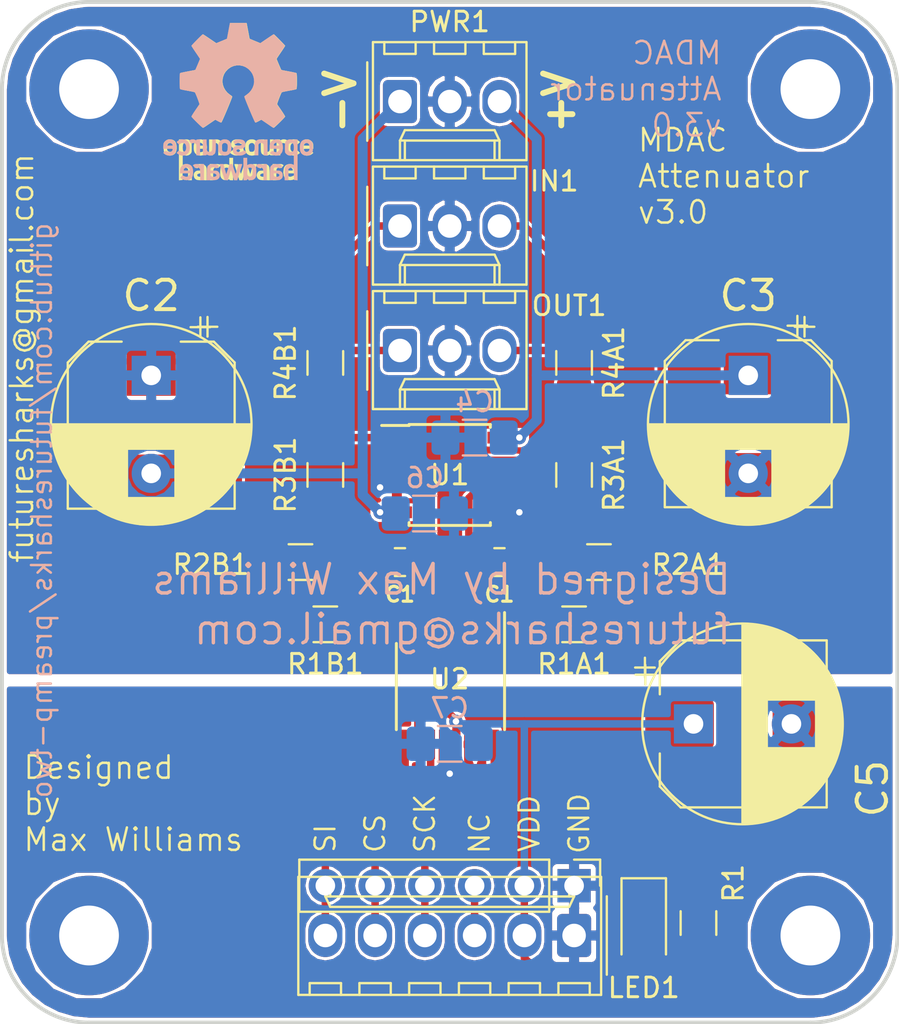
<source format=kicad_pcb>
(kicad_pcb (version 20171130) (host pcbnew "(5.0.2-4-gb601aea34)")
  (layers (0 F.Cu signal hide) (31 B.Cu signal) (34 B.Paste user) (35 F.Paste user hide) (36 B.SilkS user) (37 F.SilkS user hide) (38 B.Mask user) (39 F.Mask user hide) (44 Edge.Cuts user))
  (net 0 "")
  (net 1 +15V)
  (net 2 GNDA)
  (net 3 -15V)
  (net 4 "Net-(IN1-Pad1)")
  (net 5 "Net-(R1A1-Pad1)")
  (net 6 "Net-(IN1-Pad3)")
  (net 7 "Net-(R1B1-Pad2)")
  (net 8 "Net-(C1A1-Pad2)")
  (net 9 "Net-(C1B1-Pad1)")
  (net 10 "Net-(R3A1-Pad1)")
  (net 11 "Net-(R3B1-Pad2)")
  (net 12 "Net-(OUT1-Pad1)")
  (net 13 "Net-(OUT1-Pad3)")
  (net 14 "Net-(C1A1-Pad1)")
  (net 15 "Net-(C1B1-Pad2)")
  (net 16 "Net-(J1-Pad3)")
  (net 17 VDD)
  (net 18 /MOSI)
  (net 19 /SCK)
  (net 20 /CS)
  (net 21 "Net-(LED1-Pad1)")
  (module Capacitor_SMD:C_0805_2012Metric_Pad1.15x1.40mm_HandSolder (layer F.Cu) (at 148.59 102.235)
    (fp_text reference C1A1 hide)
    (fp_text value 2pF)
    (pad 2 smd roundrect (at 1.025 0) (size 1.15 1.4) (layers F.Cu F.Paste F.Mask) (roundrect_rratio 0.217391) (net 8 "Net-(C1A1-Pad2)"))
    (pad 1 smd roundrect (at -1.025 0) (size 1.15 1.4) (layers F.Cu F.Paste F.Mask) (roundrect_rratio 0.217391) (net 14 "Net-(C1A1-Pad1)"))
  )
  (module Capacitor_SMD:C_0805_2012Metric_Pad1.15x1.40mm_HandSolder (layer F.Cu) (at 143.51 102.235)
    (fp_text reference C1B1 hide)
    (fp_text value 2pF)
    (pad 1 smd roundrect (at -1.025 0) (size 1.15 1.4) (layers F.Cu F.Paste F.Mask) (roundrect_rratio 0.217391) (net 9 "Net-(C1B1-Pad1)"))
    (pad 2 smd roundrect (at 1.025 0) (size 1.15 1.4) (layers F.Cu F.Paste F.Mask) (roundrect_rratio 0.217391) (net 15 "Net-(C1B1-Pad2)"))
  )
  (module Capacitor_SMD:C_1206_3216Metric_Pad1.42x1.75mm_HandSolder (layer B.Cu) (at 147.32 95.885 180)
    (fp_text reference C4 (at 0 1.82 180) (layer B.SilkS) (effects (justify mirror)))
    (fp_text value 100nF)
    (pad 1 smd roundrect (at -1.4875 0 180) (size 1.425 1.75) (layers B.Cu B.Paste B.Mask) (roundrect_rratio 0.175439) (net 1 +15V))
    (pad 2 smd roundrect (at 1.4875 0 180) (size 1.425 1.75) (layers B.Cu B.Paste B.Mask) (roundrect_rratio 0.175439) (net 2 GNDA))
  )
  (module Capacitor_SMD:C_1206_3216Metric_Pad1.42x1.75mm_HandSolder (layer B.Cu) (at 144.78 99.7585 180)
    (fp_text reference C6 (at 0 1.82 180) (layer B.SilkS) (effects (justify mirror)))
    (fp_text value 100nF)
    (pad 2 smd roundrect (at 1.4875 0 180) (size 1.425 1.75) (layers B.Cu B.Paste B.Mask) (roundrect_rratio 0.175439) (net 3 -15V))
    (pad 1 smd roundrect (at -1.4875 0 180) (size 1.425 1.75) (layers B.Cu B.Paste B.Mask) (roundrect_rratio 0.175439) (net 2 GNDA))
  )
  (module Capacitor_SMD:C_1206_3216Metric_Pad1.42x1.75mm_HandSolder (layer B.Cu) (at 146.05 111.506 180)
    (fp_text reference C7 (at 0 1.82 180) (layer B.SilkS) (effects (justify mirror)))
    (fp_text value 100nF)
    (pad 1 smd roundrect (at -1.4875 0 180) (size 1.425 1.75) (layers B.Cu B.Paste B.Mask) (roundrect_rratio 0.175439) (net 17 VDD))
    (pad 2 smd roundrect (at 1.4875 0 180) (size 1.425 1.75) (layers B.Cu B.Paste B.Mask) (roundrect_rratio 0.175439) (net 2 GNDA))
  )
  (module Capacitor_SMD:CP_Elec_8x10 (layer F.Cu) (at 161.036 110.49)
    (fp_text reference C5_SMD1 hide)
    (fp_text value CP)
    (pad 1 smd roundrect (at -3.25 0) (size 3.5 2.5) (layers F.Cu F.Paste F.Mask) (roundrect_rratio 0.1) (net 17 VDD))
    (pad 2 smd roundrect (at 3.25 0) (size 3.5 2.5) (layers F.Cu F.Paste F.Mask) (roundrect_rratio 0.1) (net 2 GNDA))
  )
  (module Symbol:OSHW-Logo_7.5x8mm_SilkScreen (layer B.Cu) (at 135.255 78.74 180)
    (fp_text reference LOGO1 hide)
    (fp_text value Logo_Open_Hardware_Small hide)
  )
  (module Symbol:OSHW-Logo_7.5x8mm_SilkScreen (layer F.Cu) (at 135.255 78.74)
    (fp_text reference LOGO2 hide)
    (fp_text value Logo_Open_Hardware_Small hide)
  )
  (module Resistor_SMD:R_1206_3216Metric_Pad1.42x1.75mm_HandSolder (layer F.Cu) (at 138.43 102.235)
    (fp_text reference R2B1 (at -4.572 0.127) (layer F.SilkS))
    (fp_text value 120R)
    (pad 1 smd roundrect (at -1.4875 0) (size 1.425 1.75) (layers F.Cu F.Paste F.Mask) (roundrect_rratio 0.175439) (net 2 GNDA))
    (pad 2 smd roundrect (at 1.4875 0) (size 1.425 1.75) (layers F.Cu F.Paste F.Mask) (roundrect_rratio 0.175439) (net 9 "Net-(C1B1-Pad1)"))
  )
  (module Resistor_SMD:R_1206_3216Metric_Pad1.42x1.75mm_HandSolder (layer F.Cu) (at 153.67 102.235)
    (fp_text reference R2A1 (at 4.572 0.127) (layer F.SilkS))
    (fp_text value 120R)
    (pad 2 smd roundrect (at 1.4875 0) (size 1.425 1.75) (layers F.Cu F.Paste F.Mask) (roundrect_rratio 0.175439) (net 2 GNDA))
    (pad 1 smd roundrect (at -1.4875 0) (size 1.425 1.75) (layers F.Cu F.Paste F.Mask) (roundrect_rratio 0.175439) (net 8 "Net-(C1A1-Pad2)"))
  )
  (module Capacitor_THT:CP_Radial_D10.0mm_P5.00mm (layer F.Cu) (at 158.496 110.49)
    (fp_text reference C5_TH1 hide)
    (fp_text value CP)
    (pad 1 thru_hole rect (at 0 0) (size 2 2) (drill 1) (layers *.Cu *.Mask) (net 17 VDD))
    (pad 2 thru_hole circle (at 5 0) (size 2 2) (drill 1) (layers *.Cu *.Mask) (net 2 GNDA))
  )
  (module LED_SMD:LED_1206_3216Metric (layer F.Cu) (at 155.956 120.65 270)
    (fp_text reference LED1 (at 3.302 0) (layer F.SilkS))
    (fp_text value LED)
    (pad 1 smd roundrect (at -1.4 0 270) (size 1.25 1.75) (layers F.Cu F.Paste F.Mask) (roundrect_rratio 0.2) (net 21 "Net-(LED1-Pad1)"))
    (pad 2 smd roundrect (at 1.4 0 270) (size 1.25 1.75) (layers F.Cu F.Paste F.Mask) (roundrect_rratio 0.2) (net 17 VDD))
  )
  (module Connector_PinHeader_2.54mm:PinHeader_1x06_P2.54mm_Vertical (layer F.Cu) (at 152.4 118.745 270)
    (fp_text reference J2 hide)
    (fp_text value Conn_01x06_Male)
    (pad 1 thru_hole rect (at 0 0 270) (size 1.7 1.7) (drill 1) (layers *.Cu *.Mask) (net 2 GNDA))
    (pad 2 thru_hole oval (at 0 2.54 270) (size 1.7 1.7) (drill 1) (layers *.Cu *.Mask) (net 17 VDD))
    (pad 3 thru_hole oval (at 0 5.08 270) (size 1.7 1.7) (drill 1) (layers *.Cu *.Mask) (net 16 "Net-(J1-Pad3)"))
    (pad 4 thru_hole oval (at 0 7.62 270) (size 1.7 1.7) (drill 1) (layers *.Cu *.Mask) (net 19 /SCK))
    (pad 5 thru_hole oval (at 0 10.16 270) (size 1.7 1.7) (drill 1) (layers *.Cu *.Mask) (net 20 /CS))
    (pad 6 thru_hole oval (at 0 12.7 270) (size 1.7 1.7) (drill 1) (layers *.Cu *.Mask) (net 18 /MOSI))
  )
  (module Resistor_SMD:R_1206_3216Metric_Pad1.42x1.75mm_HandSolder (layer F.Cu) (at 158.75 120.65 270)
    (fp_text reference R1 (at -2.032 -1.778 270) (layer F.SilkS))
    (fp_text value R)
    (pad 1 smd roundrect (at -1.4875 0 270) (size 1.425 1.75) (layers F.Cu F.Paste F.Mask) (roundrect_rratio 0.175439) (net 21 "Net-(LED1-Pad1)"))
    (pad 2 smd roundrect (at 1.4875 0 270) (size 1.425 1.75) (layers F.Cu F.Paste F.Mask) (roundrect_rratio 0.175439) (net 2 GNDA))
  )
  (module Capacitor_SMD:CP_Elec_8x10 (layer F.Cu) (at 130.81 95.25 270)
    (fp_text reference C2_SMD1 hide)
    (fp_text value CP)
    (pad 1 smd rect (at -3.25 0 270) (size 3.5 2.5) (layers F.Cu F.Paste F.Mask) (net 2 GNDA))
    (pad 2 smd rect (at 3.25 0 270) (size 3.5 2.5) (layers F.Cu F.Paste F.Mask) (net 3 -15V))
  )
  (module Capacitor_THT:CP_Radial_D10.0mm_P5.00mm (layer F.Cu) (at 130.81 92.71 270)
    (fp_text reference C2_TH1 hide)
    (fp_text value CP)
    (pad 2 thru_hole circle (at 5 0 270) (size 2 2) (drill 1) (layers *.Cu *.Mask) (net 3 -15V))
    (pad 1 thru_hole rect (at 0 0 270) (size 2 2) (drill 1) (layers *.Cu *.Mask) (net 2 GNDA))
  )
  (module Capacitor_THT:CP_Radial_D10.0mm_P5.00mm (layer F.Cu) (at 161.29 92.71 270)
    (fp_text reference C3_TH1 hide)
    (fp_text value CP)
    (pad 1 thru_hole rect (at 0 0 270) (size 2 2) (drill 1) (layers *.Cu *.Mask) (net 1 +15V))
    (pad 2 thru_hole circle (at 5 0 270) (size 2 2) (drill 1) (layers *.Cu *.Mask) (net 2 GNDA))
  )
  (module Capacitor_SMD:CP_Elec_8x10 (layer F.Cu) (at 161.29 95.175 270)
    (fp_text reference C3_SMD1 hide)
    (fp_text value CP)
    (pad 1 smd rect (at -3.25 0 270) (size 3.5 2.5) (layers F.Cu F.Paste F.Mask) (net 1 +15V))
    (pad 2 smd rect (at 3.25 0 270) (size 3.5 2.5) (layers F.Cu F.Paste F.Mask) (net 2 GNDA))
  )
  (module Connector_Molex:Molex_KK-254_AE-6410-03A_1x03_P2.54mm_Vertical (layer F.Cu) (at 143.51 78.74)
    (fp_text reference PWR1 (at 2.54 -4.064) (layer F.SilkS))
    (fp_text value Conn_01x03_Male)
    (pad 1 thru_hole roundrect (at 0 0) (size 1.74 2.2) (drill 1.2) (layers *.Cu *.Mask) (roundrect_rratio 0.143678) (net 3 -15V))
    (pad 2 thru_hole oval (at 2.54 0) (size 1.74 2.2) (drill 1.2) (layers *.Cu *.Mask) (net 2 GNDA))
    (pad 3 thru_hole oval (at 5.08 0) (size 1.74 2.2) (drill 1.2) (layers *.Cu *.Mask) (net 1 +15V))
  )
  (module Connector_Molex:Molex_KK-254_AE-6410-03A_1x03_P2.54mm_Vertical (layer F.Cu) (at 143.51 91.44)
    (fp_text reference OUT1 (at 8.636 -2.286) (layer F.SilkS))
    (fp_text value Conn_01x03_Male)
    (pad 3 thru_hole oval (at 5.08 0) (size 1.74 2.2) (drill 1.2) (layers *.Cu *.Mask) (net 13 "Net-(OUT1-Pad3)"))
    (pad 2 thru_hole oval (at 2.54 0) (size 1.74 2.2) (drill 1.2) (layers *.Cu *.Mask) (net 2 GNDA))
    (pad 1 thru_hole roundrect (at 0 0) (size 1.74 2.2) (drill 1.2) (layers *.Cu *.Mask) (roundrect_rratio 0.143678) (net 12 "Net-(OUT1-Pad1)"))
  )
  (module Connector_Molex:Molex_KK-254_AE-6410-03A_1x03_P2.54mm_Vertical (layer F.Cu) (at 143.51 85.09)
    (fp_text reference IN1 (at 7.874 -2.286) (layer F.SilkS))
    (fp_text value Conn_01x03_Male)
    (pad 1 thru_hole roundrect (at 0 0) (size 1.74 2.2) (drill 1.2) (layers *.Cu *.Mask) (roundrect_rratio 0.143678) (net 4 "Net-(IN1-Pad1)"))
    (pad 2 thru_hole oval (at 2.54 0) (size 1.74 2.2) (drill 1.2) (layers *.Cu *.Mask) (net 2 GNDA))
    (pad 3 thru_hole oval (at 5.08 0) (size 1.74 2.2) (drill 1.2) (layers *.Cu *.Mask) (net 6 "Net-(IN1-Pad3)"))
  )
  (module Connector_Molex:Molex_KK-254_AE-6410-06A_1x06_P2.54mm_Vertical (layer F.Cu) (at 152.4 121.285 180)
    (fp_text reference J1 hide)
    (fp_text value Conn_01x06_Male)
    (pad 1 thru_hole roundrect (at 0 0 180) (size 1.74 2.2) (drill 1.2) (layers *.Cu *.Mask) (roundrect_rratio 0.143678) (net 2 GNDA))
    (pad 2 thru_hole oval (at 2.54 0 180) (size 1.74 2.2) (drill 1.2) (layers *.Cu *.Mask) (net 17 VDD))
    (pad 3 thru_hole oval (at 5.08 0 180) (size 1.74 2.2) (drill 1.2) (layers *.Cu *.Mask) (net 16 "Net-(J1-Pad3)"))
    (pad 4 thru_hole oval (at 7.62 0 180) (size 1.74 2.2) (drill 1.2) (layers *.Cu *.Mask) (net 19 /SCK))
    (pad 5 thru_hole oval (at 10.16 0 180) (size 1.74 2.2) (drill 1.2) (layers *.Cu *.Mask) (net 20 /CS))
    (pad 6 thru_hole oval (at 12.7 0 180) (size 1.74 2.2) (drill 1.2) (layers *.Cu *.Mask) (net 18 /MOSI))
  )
  (module MountingHole:MountingHole_3.2mm_M3_DIN965 (layer F.Cu) (at 127.635 78.105 90)
    (fp_text reference H4 hide)
    (fp_text value MountingHole)
    (pad 1 thru_hole circle (at 0 0 90) (size 6.1 6.1) (drill 3.05) (layers *.Cu *.Mask))
  )
  (module MountingHole:MountingHole_3.2mm_M3_DIN965 (layer F.Cu) (at 164.465 121.285 90)
    (fp_text reference H3 hide)
    (fp_text value MountingHole)
    (pad 1 thru_hole circle (at 0 0 90) (size 6.1 6.1) (drill 3.05) (layers *.Cu *.Mask))
  )
  (module MountingHole:MountingHole_3.2mm_M3_DIN965 (layer F.Cu) (at 164.465 78.105 90)
    (fp_text reference H2 hide)
    (fp_text value MountingHole)
    (pad 1 thru_hole circle (at 0 0 90) (size 6.1 6.1) (drill 3.05) (layers *.Cu *.Mask))
  )
  (module MountingHole:MountingHole_3.2mm_M3_DIN965 (layer F.Cu) (at 127.635 121.285 90)
    (fp_text reference H1 hide)
    (fp_text value MountingHole)
    (pad 1 thru_hole circle (at 0 0 90) (size 6.1 6.1) (drill 3.05) (layers *.Cu *.Mask))
  )
  (module Package_SO:SOIC-8_3.9x4.9mm_P1.27mm (layer F.Cu) (at 146.05 97.79)
    (fp_text reference U1 (at 0 0) (layer F.SilkS))
    (fp_text value AD8599)
    (pad 1 smd rect (at -2.7 -1.905) (size 1.55 0.6) (layers F.Cu F.Paste F.Mask) (net 11 "Net-(R3B1-Pad2)"))
    (pad 2 smd rect (at -2.7 -0.635) (size 1.55 0.6) (layers F.Cu F.Paste F.Mask) (net 15 "Net-(C1B1-Pad2)"))
    (pad 3 smd rect (at -2.7 0.635) (size 1.55 0.6) (layers F.Cu F.Paste F.Mask) (net 2 GNDA))
    (pad 4 smd rect (at -2.7 1.905) (size 1.55 0.6) (layers F.Cu F.Paste F.Mask) (net 3 -15V))
    (pad 5 smd rect (at 2.7 1.905) (size 1.55 0.6) (layers F.Cu F.Paste F.Mask) (net 2 GNDA))
    (pad 6 smd rect (at 2.7 0.635) (size 1.55 0.6) (layers F.Cu F.Paste F.Mask) (net 14 "Net-(C1A1-Pad1)"))
    (pad 7 smd rect (at 2.7 -0.635) (size 1.55 0.6) (layers F.Cu F.Paste F.Mask) (net 10 "Net-(R3A1-Pad1)"))
    (pad 8 smd rect (at 2.7 -1.905) (size 1.55 0.6) (layers F.Cu F.Paste F.Mask) (net 1 +15V))
  )
  (module Package_SO:TSSOP-16_4.4x5mm_P0.65mm (layer F.Cu) (at 146.05 108.585 270)
    (fp_text reference U2 (at -0.381 0) (layer F.SilkS))
    (fp_text value DAC8812ICPWG4)
    (pad 1 smd rect (at -2.95 -2.275 270) (size 1.5 0.45) (layers F.Cu F.Paste F.Mask) (net 8 "Net-(C1A1-Pad2)"))
    (pad 2 smd rect (at -2.95 -1.625 270) (size 1.5 0.45) (layers F.Cu F.Paste F.Mask) (net 5 "Net-(R1A1-Pad1)"))
    (pad 3 smd rect (at -2.95 -0.975 270) (size 1.5 0.45) (layers F.Cu F.Paste F.Mask) (net 14 "Net-(C1A1-Pad1)"))
    (pad 4 smd rect (at -2.95 -0.325 270) (size 1.5 0.45) (layers F.Cu F.Paste F.Mask) (net 2 GNDA))
    (pad 5 smd rect (at -2.95 0.325 270) (size 1.5 0.45) (layers F.Cu F.Paste F.Mask) (net 2 GNDA))
    (pad 6 smd rect (at -2.95 0.975 270) (size 1.5 0.45) (layers F.Cu F.Paste F.Mask) (net 15 "Net-(C1B1-Pad2)"))
    (pad 7 smd rect (at -2.95 1.625 270) (size 1.5 0.45) (layers F.Cu F.Paste F.Mask) (net 7 "Net-(R1B1-Pad2)"))
    (pad 8 smd rect (at -2.95 2.275 270) (size 1.5 0.45) (layers F.Cu F.Paste F.Mask) (net 9 "Net-(C1B1-Pad1)"))
    (pad 9 smd rect (at 2.95 2.275 270) (size 1.5 0.45) (layers F.Cu F.Paste F.Mask) (net 18 /MOSI))
    (pad 10 smd rect (at 2.95 1.625 270) (size 1.5 0.45) (layers F.Cu F.Paste F.Mask) (net 17 VDD))
    (pad 11 smd rect (at 2.95 0.975 270) (size 1.5 0.45) (layers F.Cu F.Paste F.Mask) (net 20 /CS))
    (pad 12 smd rect (at 2.95 0.325 270) (size 1.5 0.45) (layers F.Cu F.Paste F.Mask) (net 2 GNDA))
    (pad 13 smd rect (at 2.95 -0.325 270) (size 1.5 0.45) (layers F.Cu F.Paste F.Mask) (net 17 VDD))
    (pad 14 smd rect (at 2.95 -0.975 270) (size 1.5 0.45) (layers F.Cu F.Paste F.Mask) (net 2 GNDA))
    (pad 15 smd rect (at 2.95 -1.625 270) (size 1.5 0.45) (layers F.Cu F.Paste F.Mask) (net 2 GNDA))
    (pad 16 smd rect (at 2.95 -2.275 270) (size 1.5 0.45) (layers F.Cu F.Paste F.Mask) (net 19 /SCK))
  )
  (module Resistor_SMD:R_1206_3216Metric_Pad1.42x1.75mm_HandSolder (layer F.Cu) (at 139.7 92.075 270)
    (fp_text reference R4B1 (at 0 2.032 270) (layer F.SilkS))
    (fp_text value 120R)
    (pad 1 smd roundrect (at -1.4875 0 270) (size 1.425 1.75) (layers F.Cu F.Paste F.Mask) (roundrect_rratio 0.175439) (net 12 "Net-(OUT1-Pad1)"))
    (pad 2 smd roundrect (at 1.4875 0 270) (size 1.425 1.75) (layers F.Cu F.Paste F.Mask) (roundrect_rratio 0.175439) (net 11 "Net-(R3B1-Pad2)"))
  )
  (module Resistor_SMD:R_1206_3216Metric_Pad1.42x1.75mm_HandSolder (layer F.Cu) (at 152.4 92.075 270)
    (fp_text reference R4A1 (at 0 -2.032 270) (layer F.SilkS))
    (fp_text value 120R)
    (pad 2 smd roundrect (at 1.4875 0 270) (size 1.425 1.75) (layers F.Cu F.Paste F.Mask) (roundrect_rratio 0.175439) (net 10 "Net-(R3A1-Pad1)"))
    (pad 1 smd roundrect (at -1.4875 0 270) (size 1.425 1.75) (layers F.Cu F.Paste F.Mask) (roundrect_rratio 0.175439) (net 13 "Net-(OUT1-Pad3)"))
  )
  (module Resistor_SMD:R_1206_3216Metric_Pad1.42x1.75mm_HandSolder (layer F.Cu) (at 139.7 97.79 90)
    (fp_text reference R3B1 (at 0 -2.032 90) (layer F.SilkS))
    (fp_text value 360R)
    (pad 1 smd roundrect (at -1.4875 0 90) (size 1.425 1.75) (layers F.Cu F.Paste F.Mask) (roundrect_rratio 0.175439) (net 9 "Net-(C1B1-Pad1)"))
    (pad 2 smd roundrect (at 1.4875 0 90) (size 1.425 1.75) (layers F.Cu F.Paste F.Mask) (roundrect_rratio 0.175439) (net 11 "Net-(R3B1-Pad2)"))
  )
  (module Resistor_SMD:R_1206_3216Metric_Pad1.42x1.75mm_HandSolder (layer F.Cu) (at 152.4 97.79 270)
    (fp_text reference R3A1 (at 0 -2.032 270) (layer F.SilkS))
    (fp_text value 360R)
    (pad 2 smd roundrect (at 1.4875 0 270) (size 1.425 1.75) (layers F.Cu F.Paste F.Mask) (roundrect_rratio 0.175439) (net 8 "Net-(C1A1-Pad2)"))
    (pad 1 smd roundrect (at -1.4875 0 270) (size 1.425 1.75) (layers F.Cu F.Paste F.Mask) (roundrect_rratio 0.175439) (net 10 "Net-(R3A1-Pad1)"))
  )
  (module Resistor_SMD:R_1206_3216Metric_Pad1.42x1.75mm_HandSolder (layer F.Cu) (at 139.7 105.41)
    (fp_text reference R1B1 (at 0 2.032) (layer F.SilkS))
    (fp_text value 91R)
    (pad 1 smd roundrect (at -1.4875 0) (size 1.425 1.75) (layers F.Cu F.Paste F.Mask) (roundrect_rratio 0.175439) (net 4 "Net-(IN1-Pad1)"))
    (pad 2 smd roundrect (at 1.4875 0) (size 1.425 1.75) (layers F.Cu F.Paste F.Mask) (roundrect_rratio 0.175439) (net 7 "Net-(R1B1-Pad2)"))
  )
  (module Resistor_SMD:R_1206_3216Metric_Pad1.42x1.75mm_HandSolder (layer F.Cu) (at 152.4 105.41)
    (fp_text reference R1A1 (at 0 2.032) (layer F.SilkS))
    (fp_text value 91R)
    (pad 2 smd roundrect (at 1.4875 0) (size 1.425 1.75) (layers F.Cu F.Paste F.Mask) (roundrect_rratio 0.175439) (net 6 "Net-(IN1-Pad3)"))
    (pad 1 smd roundrect (at -1.4875 0) (size 1.425 1.75) (layers F.Cu F.Paste F.Mask) (roundrect_rratio 0.175439) (net 5 "Net-(R1A1-Pad1)"))
  )
  (gr_text "MDAC\nAttenuator\nv3.0" (at 160.02 78.105) (layer B.SilkS) (effects (font (size 1.143 1.143) (thickness 0.127)) (justify left mirror)))
  (gr_text "MDAC\nAttenuator\nv3.0" (at 155.575 82.55) (layer F.SilkS) (effects (font (size 1.143 1.143) (thickness 0.127)) (justify left)))
  (gr_text futuresharks@gmail.com (at 124.206 102.362 90) (layer F.SilkS) (effects (font (size 1.143 1.143) (thickness 0.127)) (justify left)))
  (gr_text "Designed\nby\nMax Williams" (at 124.206 114.554) (layer F.SilkS) (effects (font (size 1.143 1.143) (thickness 0.127)) (justify left)))
  (gr_text GND (at 152.654 115.57 90) (layer F.SilkS) (effects (font (size 1.016 1.016) (thickness 0.127))))
  (gr_text VDD (at 150.114 115.57 90) (layer F.SilkS) (effects (font (size 1.016 1.016) (thickness 0.127))))
  (gr_text NC (at 147.574 116.078 90) (layer F.SilkS) (effects (font (size 1.016 1.016) (thickness 0.127))))
  (gr_text SCK (at 144.78 115.57 90) (layer F.SilkS) (effects (font (size 1.016 1.016) (thickness 0.127))))
  (gr_text CS (at 142.24 116.078 90) (layer F.SilkS) (effects (font (size 1.016 1.016) (thickness 0.127))))
  (gr_text SI (at 139.7 116.332 90) (layer F.SilkS) (effects (font (size 1.016 1.016) (thickness 0.127))))
  (gr_text github.com/futuresharks/preamp-two (at 125.222 84.836 90) (layer B.SilkS) (effects (font (size 1.016 1.016) (thickness 0.127)) (justify left mirror)))
  (gr_text futuresharks@gmail.com (at 160.528 105.664) (layer B.SilkS) (effects (font (size 1.5 1.5) (thickness 0.1778)) (justify left mirror)))
  (gr_text "Designed by Max Williams" (at 160.528 103.124) (layer B.SilkS) (effects (font (size 1.5 1.5) (thickness 0.1778)) (justify left mirror)))
  (gr_text "-V\n" (at 140.462 78.74 90) (layer F.SilkS) (effects (font (size 1.5 1.5) (thickness 0.3))))
  (gr_text "+V\n" (at 151.638 78.74 90) (layer F.SilkS) (effects (font (size 1.5 1.5) (thickness 0.3))))
  (gr_text C1 (at 143.51 103.886) (layer F.SilkS) (effects (font (size 0.762 0.762) (thickness 0.16))))
  (gr_text C1 (at 148.59 103.886) (layer F.SilkS) (effects (font (size 0.762 0.762) (thickness 0.16))))
  (gr_text C5 (at 167.64 113.792 90) (layer F.SilkS) (effects (font (size 1.5 1.5) (thickness 0.2032))))
  (gr_text C2 (at 130.81 88.646) (layer F.SilkS) (effects (font (size 1.5 1.5) (thickness 0.2032))))
  (gr_text C3 (at 161.29 88.646) (layer F.SilkS) (effects (font (size 1.5 1.5) (thickness 0.2032))))
  (gr_arc (start 127.635 121.285) (end 123.19 121.285) (angle -90) (layer Edge.Cuts) (width 0.2))
  (gr_arc (start 164.465 121.285) (end 164.465 125.73) (angle -90) (layer Edge.Cuts) (width 0.2))
  (gr_arc (start 127.635 78.105) (end 127.635 73.66) (angle -90) (layer Edge.Cuts) (width 0.2))
  (gr_arc (start 164.465 78.105) (end 168.91 78.105) (angle -90) (layer Edge.Cuts) (width 0.2))
  (gr_line (start 164.465 125.73) (end 127.635 125.73) (layer Edge.Cuts) (width 0.2))
  (gr_line (start 168.91 78.105) (end 168.91 121.285) (layer Edge.Cuts) (width 0.2))
  (gr_line (start 127.635 73.66) (end 164.465 73.66) (layer Edge.Cuts) (width 0.2))
  (gr_line (start 123.19 121.285) (end 123.19 78.105) (layer Edge.Cuts) (width 0.2))
  (via (at 149.606 95.885) (size 0.6858) (drill 0.3302) (layers F.Cu B.Cu) (net 1))
  (segment (start 161.29 92.71) (end 150.495 92.71) (width 0.508) (layer B.Cu) (net 1))
  (segment (start 148.8075 95.885) (end 149.606 95.885) (width 0.508) (layer B.Cu) (net 1))
  (segment (start 150.495 80.645) (end 148.59 78.74) (width 0.508) (layer B.Cu) (net 1))
  (segment (start 150.495 94.996) (end 150.495 80.645) (width 0.508) (layer B.Cu) (net 1))
  (segment (start 149.606 95.885) (end 150.495 94.996) (width 0.508) (layer B.Cu) (net 1))
  (via (at 146.05 113.03) (size 0.6858) (drill 0.3302) (layers F.Cu B.Cu) (net 2))
  (segment (start 145.725 112.705) (end 146.05 113.03) (width 0.381) (layer F.Cu) (net 2))
  (segment (start 145.725 111.535) (end 145.725 112.705) (width 0.381) (layer F.Cu) (net 2))
  (segment (start 144.5625 111.5425) (end 144.5625 111.506) (width 0.381) (layer B.Cu) (net 2))
  (segment (start 146.05 107.442) (end 146.05 108.966) (width 0.762) (layer F.Cu) (net 2))
  (segment (start 146.05 108.966) (end 146.05 107.442) (width 0.762) (layer B.Cu) (net 2))
  (via (at 149.606 99.695) (size 0.6858) (drill 0.3302) (layers F.Cu B.Cu) (net 2))
  (via (at 142.494 98.425) (size 0.6858) (drill 0.3302) (layers F.Cu B.Cu) (net 2))
  (via (at 142.494 99.695) (size 0.6858) (drill 0.3302) (layers F.Cu B.Cu) (net 3))
  (segment (start 130.81 98.5) (end 130.81 97.71) (width 0.508) (layer F.Cu) (net 3))
  (segment (start 142.494 99.695) (end 143.2925 99.695) (width 0.508) (layer B.Cu) (net 3))
  (segment (start 141.605 97.79) (end 141.605 98.806) (width 0.508) (layer B.Cu) (net 3))
  (segment (start 141.525 97.71) (end 141.605 97.79) (width 0.508) (layer B.Cu) (net 3))
  (segment (start 130.81 97.71) (end 141.525 97.71) (width 0.508) (layer B.Cu) (net 3))
  (segment (start 141.605 80.645) (end 143.51 78.74) (width 0.508) (layer B.Cu) (net 3))
  (segment (start 141.605 98.806) (end 141.605 80.645) (width 0.508) (layer B.Cu) (net 3))
  (segment (start 142.494 99.695) (end 141.605 98.806) (width 0.508) (layer B.Cu) (net 3))
  (segment (start 142.24 85.09) (end 143.51 85.09) (width 0.381) (layer F.Cu) (net 4))
  (segment (start 135.255 103.505) (end 135.255 92.075) (width 0.381) (layer F.Cu) (net 4))
  (segment (start 135.255 92.075) (end 142.24 85.09) (width 0.381) (layer F.Cu) (net 4))
  (segment (start 137.16 105.41) (end 135.255 103.505) (width 0.381) (layer F.Cu) (net 4))
  (segment (start 138.2125 105.41) (end 137.16 105.41) (width 0.381) (layer F.Cu) (net 4))
  (segment (start 147.675 105) (end 147.675 106.019) (width 0.381) (layer F.Cu) (net 5))
  (segment (start 147.955 106.934) (end 149.3885 106.934) (width 0.381) (layer F.Cu) (net 5))
  (segment (start 149.3885 106.934) (end 150.9125 105.41) (width 0.381) (layer F.Cu) (net 5))
  (segment (start 147.675 106.654) (end 147.955 106.934) (width 0.381) (layer F.Cu) (net 5))
  (segment (start 147.675 105.635) (end 147.675 106.654) (width 0.381) (layer F.Cu) (net 5))
  (segment (start 149.86 85.09) (end 148.59 85.09) (width 0.381) (layer F.Cu) (net 6))
  (segment (start 156.845 92.075) (end 149.86 85.09) (width 0.381) (layer F.Cu) (net 6))
  (segment (start 154.94 105.41) (end 156.845 103.505) (width 0.381) (layer F.Cu) (net 6))
  (segment (start 156.845 103.505) (end 156.845 92.075) (width 0.381) (layer F.Cu) (net 6))
  (segment (start 153.8875 105.41) (end 154.94 105.41) (width 0.381) (layer F.Cu) (net 6))
  (segment (start 144.425 105) (end 144.425 106.019) (width 0.381) (layer F.Cu) (net 7))
  (segment (start 144.425 105.635) (end 144.425 106.654) (width 0.381) (layer F.Cu) (net 7))
  (segment (start 144.425 106.654) (end 144.145 106.934) (width 0.381) (layer F.Cu) (net 7))
  (segment (start 142.7115 106.934) (end 141.1875 105.41) (width 0.381) (layer F.Cu) (net 7))
  (segment (start 144.145 106.934) (end 142.7115 106.934) (width 0.381) (layer F.Cu) (net 7))
  (segment (start 149.615 102.235) (end 152.1825 102.235) (width 0.381) (layer F.Cu) (net 8))
  (segment (start 152.4 102.0175) (end 152.1825 102.235) (width 0.381) (layer F.Cu) (net 8))
  (segment (start 152.4 99.2775) (end 152.4 102.0175) (width 0.381) (layer F.Cu) (net 8))
  (segment (start 149.615 102.235) (end 149.615 102.48) (width 0.381) (layer F.Cu) (net 8))
  (segment (start 149.615 102.235) (end 149.615 102.607) (width 0.381) (layer F.Cu) (net 8))
  (segment (start 148.325 103.897) (end 148.325 105) (width 0.381) (layer F.Cu) (net 8))
  (segment (start 149.615 102.607) (end 148.325 103.897) (width 0.381) (layer F.Cu) (net 8))
  (segment (start 142.485 102.235) (end 139.9175 102.235) (width 0.381) (layer F.Cu) (net 9))
  (segment (start 139.7 102.0175) (end 139.9175 102.235) (width 0.381) (layer F.Cu) (net 9))
  (segment (start 139.7 99.2775) (end 139.7 102.0175) (width 0.381) (layer F.Cu) (net 9))
  (segment (start 142.485 102.235) (end 142.485 102.607) (width 0.381) (layer F.Cu) (net 9))
  (segment (start 143.775 103.897) (end 143.775 105) (width 0.381) (layer F.Cu) (net 9))
  (segment (start 142.485 102.607) (end 143.775 103.897) (width 0.381) (layer F.Cu) (net 9))
  (segment (start 152.4 96.3025) (end 152.4 93.5625) (width 0.381) (layer F.Cu) (net 10))
  (segment (start 151.5475 97.155) (end 152.4 96.3025) (width 0.381) (layer F.Cu) (net 10))
  (segment (start 148.75 97.155) (end 151.5475 97.155) (width 0.381) (layer F.Cu) (net 10))
  (segment (start 139.7 96.3025) (end 139.7 93.5625) (width 0.381) (layer F.Cu) (net 11))
  (segment (start 140.1175 95.885) (end 139.7 96.3025) (width 0.381) (layer F.Cu) (net 11))
  (segment (start 143.35 95.885) (end 140.1175 95.885) (width 0.381) (layer F.Cu) (net 11))
  (segment (start 140.5525 91.44) (end 139.7 90.5875) (width 0.381) (layer F.Cu) (net 12))
  (segment (start 143.51 91.44) (end 140.5525 91.44) (width 0.381) (layer F.Cu) (net 12))
  (segment (start 151.5475 91.44) (end 152.4 90.5875) (width 0.381) (layer F.Cu) (net 13))
  (segment (start 148.59 91.44) (end 151.5475 91.44) (width 0.381) (layer F.Cu) (net 13))
  (segment (start 147.025 105) (end 147.025 98.974) (width 0.381) (layer F.Cu) (net 14))
  (segment (start 147.574 98.425) (end 148.75 98.425) (width 0.381) (layer F.Cu) (net 14))
  (segment (start 147.025 98.974) (end 147.574 98.425) (width 0.381) (layer F.Cu) (net 14))
  (segment (start 147.025 102.775) (end 147.565 102.235) (width 0.381) (layer F.Cu) (net 14))
  (segment (start 147.025 105) (end 147.025 102.775) (width 0.381) (layer F.Cu) (net 14))
  (segment (start 145.075 105) (end 145.075 97.704) (width 0.381) (layer F.Cu) (net 15))
  (segment (start 144.526 97.155) (end 143.35 97.155) (width 0.381) (layer F.Cu) (net 15))
  (segment (start 145.075 97.704) (end 144.526 97.155) (width 0.381) (layer F.Cu) (net 15))
  (segment (start 145.075 102.775) (end 144.535 102.235) (width 0.381) (layer F.Cu) (net 15))
  (segment (start 145.075 105) (end 145.075 102.775) (width 0.381) (layer F.Cu) (net 15))
  (segment (start 147.32 118.745) (end 147.32 121.285) (width 0.381) (layer F.Cu) (net 16))
  (segment (start 149.86 118.745) (end 149.86 121.285) (width 0.381) (layer F.Cu) (net 17))
  (via (at 146.3675 110.363) (size 0.6858) (drill 0.3302) (layers F.Cu B.Cu) (net 17))
  (segment (start 147.5375 111.506) (end 147.5375 111.2155) (width 0.381) (layer B.Cu) (net 17))
  (segment (start 156.592 110.744) (end 156.846 110.49) (width 0.381) (layer F.Cu) (net 17))
  (segment (start 146.375 111.535) (end 146.375 110.3705) (width 0.381) (layer F.Cu) (net 17))
  (segment (start 146.375 110.3705) (end 146.3675 110.363) (width 0.381) (layer F.Cu) (net 17))
  (segment (start 144.425 111.535) (end 144.425 110.337) (width 0.381) (layer F.Cu) (net 17))
  (segment (start 144.425 110.337) (end 144.78 109.982) (width 0.381) (layer F.Cu) (net 17))
  (segment (start 144.78 109.982) (end 146.05 109.982) (width 0.381) (layer F.Cu) (net 17))
  (segment (start 146.05 109.982) (end 146.304 110.236) (width 0.381) (layer F.Cu) (net 17))
  (segment (start 147.5375 111.506) (end 147.5105 111.506) (width 0.381) (layer B.Cu) (net 17))
  (segment (start 147.5105 111.506) (end 146.3675 110.363) (width 0.381) (layer B.Cu) (net 17))
  (segment (start 149.86 118.745) (end 149.86 113.8285) (width 0.381) (layer B.Cu) (net 17))
  (segment (start 158.496 110.49) (end 146.558 110.49) (width 0.381) (layer B.Cu) (net 17))
  (segment (start 146.558 110.49) (end 146.304 110.236) (width 0.381) (layer B.Cu) (net 17))
  (segment (start 149.86 113.8285) (end 149.86 110.49) (width 0.381) (layer B.Cu) (net 17))
  (segment (start 149.86 121.285) (end 149.86 122.428) (width 0.381) (layer F.Cu) (net 17))
  (segment (start 149.86 122.428) (end 151.13 123.698) (width 0.381) (layer F.Cu) (net 17))
  (segment (start 154.308 123.698) (end 155.956 122.05) (width 0.381) (layer F.Cu) (net 17))
  (segment (start 151.13 123.698) (end 154.308 123.698) (width 0.381) (layer F.Cu) (net 17))
  (segment (start 143.775 111.535) (end 143.775 113.4) (width 0.381) (layer F.Cu) (net 18))
  (segment (start 139.7 117.475) (end 139.7 118.745) (width 0.381) (layer F.Cu) (net 18))
  (segment (start 143.775 113.4) (end 139.7 117.475) (width 0.381) (layer F.Cu) (net 18))
  (segment (start 139.7 118.745) (end 139.7 121.285) (width 0.381) (layer F.Cu) (net 18))
  (segment (start 148.325 111.535) (end 148.325 113.93) (width 0.381) (layer F.Cu) (net 19))
  (segment (start 144.78 117.475) (end 144.78 118.745) (width 0.381) (layer F.Cu) (net 19))
  (segment (start 148.325 113.93) (end 144.78 117.475) (width 0.381) (layer F.Cu) (net 19))
  (segment (start 144.78 118.745) (end 144.78 121.285) (width 0.381) (layer F.Cu) (net 19))
  (segment (start 145.075 111.535) (end 145.075 114.64) (width 0.381) (layer F.Cu) (net 20))
  (segment (start 142.24 117.475) (end 142.24 118.745) (width 0.381) (layer F.Cu) (net 20))
  (segment (start 145.075 114.64) (end 142.24 117.475) (width 0.381) (layer F.Cu) (net 20))
  (segment (start 142.24 121.285) (end 142.24 118.745) (width 0.381) (layer F.Cu) (net 20))
  (segment (start 158.6625 119.25) (end 158.75 119.1625) (width 0.381) (layer F.Cu) (net 21))
  (segment (start 155.956 119.25) (end 158.6625 119.25) (width 0.381) (layer F.Cu) (net 21))
  (zone (net 2) (net_name GNDA) (layer B.Cu) (connect_pads (clearance 0.1524)) (min_thickness 0.254) (fill yes (arc_segments 16) (thermal_gap 0.254) (thermal_bridge_width 0.508))
    (polygon (pts (xy 123.19 73.66) (xy 168.91 73.66) (xy 168.91 107.95) (xy 123.19 107.95)))
  )
  (zone (net 2) (net_name GNDA) (layer F.Cu) (connect_pads (clearance 0.1524)) (min_thickness 0.254) (fill yes (arc_segments 16) (thermal_gap 0.254) (thermal_bridge_width 0.508))
    (polygon (pts (xy 123.19 73.66) (xy 168.91 73.66) (xy 168.91 107.95) (xy 123.19 107.95)))
  )
  (zone (net 2) (net_name GNDA) (layer B.Cu) (connect_pads (clearance 0.1524)) (min_thickness 0.254) (fill yes (arc_segments 16) (thermal_gap 0.254) (thermal_bridge_width 0.508))
    (polygon (pts (xy 123.19 108.585) (xy 168.91 108.585) (xy 168.91 125.73) (xy 123.19 125.73)))
  )
  (zone (net 2) (net_name GNDA) (layer F.Cu) (connect_pads (clearance 0.1524)) (min_thickness 0.254) (fill yes (arc_segments 16) (thermal_gap 0.254) (thermal_bridge_width 0.508))
    (polygon (pts (xy 123.19 108.585) (xy 168.91 108.585) (xy 168.91 125.73) (xy 123.19 125.73)))
  )
)
</source>
